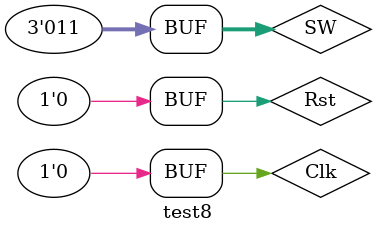
<source format=v>
`timescale 1ns / 1ps


module test8;

	// Inputs
	reg Rst;
	reg Clk;
	reg [2:0] SW;

	// Outputs
	wire [7:0] LED;

	// Instantiate the Unit Under Test (UUT)
	Top uut (
		.Rst(Rst), 
		.Clk(Clk), 
		.SW(SW), 
		.LED(LED)
	);

	initial begin
		// Initialize Inputs
		Rst = 0;
		Clk = 0;
		SW = 0;

		// Wait 100 ns for global reset to finish
		#100;
       Rst=1;
		 #100
		 Rst=0;
		 #100
		 SW=100;
		 #100
		 Clk=1;
		 #100
		 Clk=0;
		 #100
		 SW=000;
		 
		 
		// Add stimulus here
// Add stimulus here
		#100;
		Clk=0;
		#100;
		SW=001;
		#100;
		SW=010;
		#100;
		SW=011;
		#100;
		SW=100;
		#100;
		SW=000;
		
		Clk=1;
		#100;
		Clk=0;
		#100;
		SW=001;
		#100;
		SW=010;
		#100;
		SW=011;
		#100;
		SW=100;
		#100;
		SW=000;
		
		Clk=1;
		#100;
		Clk=0;
		#100;
		SW=001;
		#100;
		SW=010;
		#100;
		SW=011;
		#100;
		SW=100;
		#100;
		SW=000;
		
		Rst=1;
		#100
		Rst=0;
		#100;
		SW=100;
		#100;
		SW=000;
		#100;
		SW=001;
		#100;
		SW=010;
		#100;
		SW=011;
		
	end
      
endmodule


</source>
